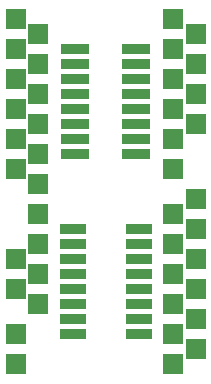
<source format=gbr>
G04 DesignSpark PCB Gerber Version 9.0 Build 5115 *
G04 #@! TF.Part,Single*
G04 #@! TF.FileFunction,Soldermask,Top *
G04 #@! TF.FilePolarity,Negative *
%FSLAX35Y35*%
%MOIN*%
G04 #@! TA.AperFunction,ComponentPad*
%ADD16R,0.07000X0.07000*%
G04 #@! TA.AperFunction,SMDPad,CuDef*
%ADD15R,0.09660X0.03360*%
%ADD14R,0.09000X0.03500*%
X0Y0D02*
D02*
D14*
X39250Y29996D03*
Y34996D03*
Y39996D03*
Y44996D03*
Y49996D03*
Y54996D03*
Y59996D03*
Y64996D03*
X61250Y29996D03*
Y34996D03*
Y39996D03*
Y44996D03*
Y49996D03*
Y54996D03*
Y59996D03*
Y64996D03*
D02*
D15*
X40014Y89996D03*
Y94996D03*
Y99996D03*
Y104996D03*
Y109996D03*
Y114996D03*
Y119996D03*
Y124996D03*
X60486Y89996D03*
Y94996D03*
Y99996D03*
Y104996D03*
Y109996D03*
Y114996D03*
Y119996D03*
Y124996D03*
D02*
D16*
X20250Y19996D03*
Y29996D03*
Y44996D03*
Y54996D03*
Y84996D03*
Y94996D03*
Y104996D03*
Y114996D03*
Y124996D03*
Y134996D03*
X27750Y39996D03*
Y49996D03*
Y59996D03*
Y69996D03*
Y79996D03*
Y89996D03*
Y99996D03*
Y109996D03*
Y119996D03*
Y129996D03*
X72750Y19996D03*
Y29996D03*
Y39996D03*
Y49996D03*
Y59996D03*
Y69996D03*
Y84996D03*
Y94996D03*
Y104996D03*
Y114996D03*
Y124996D03*
Y134996D03*
X80250Y24996D03*
Y34996D03*
Y44996D03*
Y54996D03*
Y64996D03*
Y74996D03*
Y99996D03*
Y109996D03*
Y119996D03*
Y129996D03*
X0Y0D02*
M02*

</source>
